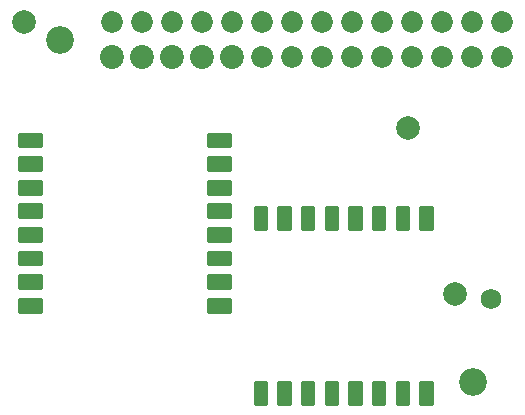
<source format=gbs>
G04 EAGLE Gerber RS-274X export*
G75*
%MOMM*%
%FSLAX34Y34*%
%LPD*%
%INSoldermask Bottom*%
%IPPOS*%
%AMOC8*
5,1,8,0,0,1.08239X$1,22.5*%
G01*
%ADD10C,2.350000*%
%ADD11C,0.445500*%
%ADD12C,1.750000*%
%ADD13C,2.000000*%
%ADD14C,2.029600*%
%ADD15C,1.850000*%
%ADD16C,0.408000*%


D10*
X45000Y320000D03*
X395000Y30000D03*
D11*
X28523Y230477D02*
X11477Y230477D01*
X11477Y239523D01*
X28523Y239523D01*
X28523Y230477D01*
X28523Y234709D02*
X11477Y234709D01*
X11477Y238941D02*
X28523Y238941D01*
X28523Y210477D02*
X11477Y210477D01*
X11477Y219523D01*
X28523Y219523D01*
X28523Y210477D01*
X28523Y214709D02*
X11477Y214709D01*
X11477Y218941D02*
X28523Y218941D01*
X28523Y190477D02*
X11477Y190477D01*
X11477Y199523D01*
X28523Y199523D01*
X28523Y190477D01*
X28523Y194709D02*
X11477Y194709D01*
X11477Y198941D02*
X28523Y198941D01*
X28523Y170477D02*
X11477Y170477D01*
X11477Y179523D01*
X28523Y179523D01*
X28523Y170477D01*
X28523Y174709D02*
X11477Y174709D01*
X11477Y178941D02*
X28523Y178941D01*
X28523Y150477D02*
X11477Y150477D01*
X11477Y159523D01*
X28523Y159523D01*
X28523Y150477D01*
X28523Y154709D02*
X11477Y154709D01*
X11477Y158941D02*
X28523Y158941D01*
X28523Y130477D02*
X11477Y130477D01*
X11477Y139523D01*
X28523Y139523D01*
X28523Y130477D01*
X28523Y134709D02*
X11477Y134709D01*
X11477Y138941D02*
X28523Y138941D01*
X28523Y110477D02*
X11477Y110477D01*
X11477Y119523D01*
X28523Y119523D01*
X28523Y110477D01*
X28523Y114709D02*
X11477Y114709D01*
X11477Y118941D02*
X28523Y118941D01*
X28523Y90477D02*
X11477Y90477D01*
X11477Y99523D01*
X28523Y99523D01*
X28523Y90477D01*
X28523Y94709D02*
X11477Y94709D01*
X11477Y98941D02*
X28523Y98941D01*
X171477Y230477D02*
X188523Y230477D01*
X171477Y230477D02*
X171477Y239523D01*
X188523Y239523D01*
X188523Y230477D01*
X188523Y234709D02*
X171477Y234709D01*
X171477Y238941D02*
X188523Y238941D01*
X188523Y210477D02*
X171477Y210477D01*
X171477Y219523D01*
X188523Y219523D01*
X188523Y210477D01*
X188523Y214709D02*
X171477Y214709D01*
X171477Y218941D02*
X188523Y218941D01*
X188523Y190477D02*
X171477Y190477D01*
X171477Y199523D01*
X188523Y199523D01*
X188523Y190477D01*
X188523Y194709D02*
X171477Y194709D01*
X171477Y198941D02*
X188523Y198941D01*
X188523Y170477D02*
X171477Y170477D01*
X171477Y179523D01*
X188523Y179523D01*
X188523Y170477D01*
X188523Y174709D02*
X171477Y174709D01*
X171477Y178941D02*
X188523Y178941D01*
X188523Y150477D02*
X171477Y150477D01*
X171477Y159523D01*
X188523Y159523D01*
X188523Y150477D01*
X188523Y154709D02*
X171477Y154709D01*
X171477Y158941D02*
X188523Y158941D01*
X188523Y130477D02*
X171477Y130477D01*
X171477Y139523D01*
X188523Y139523D01*
X188523Y130477D01*
X188523Y134709D02*
X171477Y134709D01*
X171477Y138941D02*
X188523Y138941D01*
X188523Y110477D02*
X171477Y110477D01*
X171477Y119523D01*
X188523Y119523D01*
X188523Y110477D01*
X188523Y114709D02*
X171477Y114709D01*
X171477Y118941D02*
X188523Y118941D01*
X188523Y90477D02*
X171477Y90477D01*
X171477Y99523D01*
X188523Y99523D01*
X188523Y90477D01*
X188523Y94709D02*
X171477Y94709D01*
X171477Y98941D02*
X188523Y98941D01*
D12*
X410000Y100000D03*
D13*
X380000Y105000D03*
X340000Y245000D03*
X15000Y335000D03*
D14*
X139700Y305000D03*
X165100Y305000D03*
X190500Y305000D03*
X88900Y305000D03*
X114300Y305000D03*
D15*
X342900Y305000D03*
X368300Y305000D03*
X393700Y305000D03*
X419100Y305000D03*
D16*
X211040Y177460D02*
X211040Y160540D01*
X211040Y177460D02*
X218960Y177460D01*
X218960Y160540D01*
X211040Y160540D01*
X211040Y164416D02*
X218960Y164416D01*
X218960Y168292D02*
X211040Y168292D01*
X211040Y172168D02*
X218960Y172168D01*
X218960Y176044D02*
X211040Y176044D01*
X231040Y177460D02*
X231040Y160540D01*
X231040Y177460D02*
X238960Y177460D01*
X238960Y160540D01*
X231040Y160540D01*
X231040Y164416D02*
X238960Y164416D01*
X238960Y168292D02*
X231040Y168292D01*
X231040Y172168D02*
X238960Y172168D01*
X238960Y176044D02*
X231040Y176044D01*
X251040Y177460D02*
X251040Y160540D01*
X251040Y177460D02*
X258960Y177460D01*
X258960Y160540D01*
X251040Y160540D01*
X251040Y164416D02*
X258960Y164416D01*
X258960Y168292D02*
X251040Y168292D01*
X251040Y172168D02*
X258960Y172168D01*
X258960Y176044D02*
X251040Y176044D01*
X271040Y177460D02*
X271040Y160540D01*
X271040Y177460D02*
X278960Y177460D01*
X278960Y160540D01*
X271040Y160540D01*
X271040Y164416D02*
X278960Y164416D01*
X278960Y168292D02*
X271040Y168292D01*
X271040Y172168D02*
X278960Y172168D01*
X278960Y176044D02*
X271040Y176044D01*
X291040Y177460D02*
X291040Y160540D01*
X291040Y177460D02*
X298960Y177460D01*
X298960Y160540D01*
X291040Y160540D01*
X291040Y164416D02*
X298960Y164416D01*
X298960Y168292D02*
X291040Y168292D01*
X291040Y172168D02*
X298960Y172168D01*
X298960Y176044D02*
X291040Y176044D01*
X311040Y177460D02*
X311040Y160540D01*
X311040Y177460D02*
X318960Y177460D01*
X318960Y160540D01*
X311040Y160540D01*
X311040Y164416D02*
X318960Y164416D01*
X318960Y168292D02*
X311040Y168292D01*
X311040Y172168D02*
X318960Y172168D01*
X318960Y176044D02*
X311040Y176044D01*
X331040Y177460D02*
X331040Y160540D01*
X331040Y177460D02*
X338960Y177460D01*
X338960Y160540D01*
X331040Y160540D01*
X331040Y164416D02*
X338960Y164416D01*
X338960Y168292D02*
X331040Y168292D01*
X331040Y172168D02*
X338960Y172168D01*
X338960Y176044D02*
X331040Y176044D01*
X351040Y177460D02*
X351040Y160540D01*
X351040Y177460D02*
X358960Y177460D01*
X358960Y160540D01*
X351040Y160540D01*
X351040Y164416D02*
X358960Y164416D01*
X358960Y168292D02*
X351040Y168292D01*
X351040Y172168D02*
X358960Y172168D01*
X358960Y176044D02*
X351040Y176044D01*
X358960Y29460D02*
X358960Y12540D01*
X351040Y12540D01*
X351040Y29460D01*
X358960Y29460D01*
X358960Y16416D02*
X351040Y16416D01*
X351040Y20292D02*
X358960Y20292D01*
X358960Y24168D02*
X351040Y24168D01*
X351040Y28044D02*
X358960Y28044D01*
X338960Y29460D02*
X338960Y12540D01*
X331040Y12540D01*
X331040Y29460D01*
X338960Y29460D01*
X338960Y16416D02*
X331040Y16416D01*
X331040Y20292D02*
X338960Y20292D01*
X338960Y24168D02*
X331040Y24168D01*
X331040Y28044D02*
X338960Y28044D01*
X318960Y29460D02*
X318960Y12540D01*
X311040Y12540D01*
X311040Y29460D01*
X318960Y29460D01*
X318960Y16416D02*
X311040Y16416D01*
X311040Y20292D02*
X318960Y20292D01*
X318960Y24168D02*
X311040Y24168D01*
X311040Y28044D02*
X318960Y28044D01*
X298960Y29460D02*
X298960Y12540D01*
X291040Y12540D01*
X291040Y29460D01*
X298960Y29460D01*
X298960Y16416D02*
X291040Y16416D01*
X291040Y20292D02*
X298960Y20292D01*
X298960Y24168D02*
X291040Y24168D01*
X291040Y28044D02*
X298960Y28044D01*
X278960Y29460D02*
X278960Y12540D01*
X271040Y12540D01*
X271040Y29460D01*
X278960Y29460D01*
X278960Y16416D02*
X271040Y16416D01*
X271040Y20292D02*
X278960Y20292D01*
X278960Y24168D02*
X271040Y24168D01*
X271040Y28044D02*
X278960Y28044D01*
X258960Y29460D02*
X258960Y12540D01*
X251040Y12540D01*
X251040Y29460D01*
X258960Y29460D01*
X258960Y16416D02*
X251040Y16416D01*
X251040Y20292D02*
X258960Y20292D01*
X258960Y24168D02*
X251040Y24168D01*
X251040Y28044D02*
X258960Y28044D01*
X238960Y29460D02*
X238960Y12540D01*
X231040Y12540D01*
X231040Y29460D01*
X238960Y29460D01*
X238960Y16416D02*
X231040Y16416D01*
X231040Y20292D02*
X238960Y20292D01*
X238960Y24168D02*
X231040Y24168D01*
X231040Y28044D02*
X238960Y28044D01*
X218960Y29460D02*
X218960Y12540D01*
X211040Y12540D01*
X211040Y29460D01*
X218960Y29460D01*
X218960Y16416D02*
X211040Y16416D01*
X211040Y20292D02*
X218960Y20292D01*
X218960Y24168D02*
X211040Y24168D01*
X211040Y28044D02*
X218960Y28044D01*
D15*
X215900Y305000D03*
X241300Y305000D03*
X266700Y305000D03*
X292100Y305000D03*
X317500Y305000D03*
X88900Y335000D03*
X114300Y335000D03*
X139700Y335000D03*
X165100Y335000D03*
X190500Y335000D03*
X215900Y335000D03*
X241300Y335000D03*
X266700Y335000D03*
X292100Y335000D03*
X317500Y335000D03*
X342900Y335000D03*
X368300Y335000D03*
X393700Y335000D03*
X419100Y335000D03*
M02*

</source>
